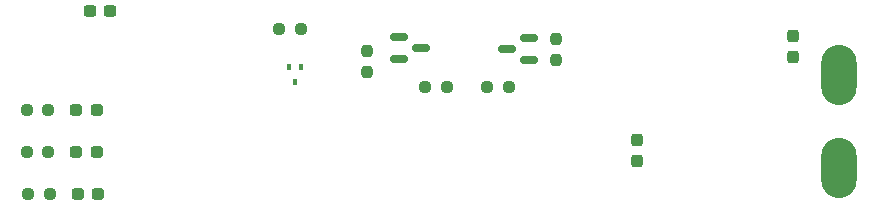
<source format=gbr>
%TF.GenerationSoftware,KiCad,Pcbnew,7.0.7*%
%TF.CreationDate,2024-03-26T15:49:53-05:00*%
%TF.ProjectId,InstrumentsBoard,496e7374-7275-46d6-956e-7473426f6172,rev?*%
%TF.SameCoordinates,Original*%
%TF.FileFunction,Paste,Top*%
%TF.FilePolarity,Positive*%
%FSLAX46Y46*%
G04 Gerber Fmt 4.6, Leading zero omitted, Abs format (unit mm)*
G04 Created by KiCad (PCBNEW 7.0.7) date 2024-03-26 15:49:53*
%MOMM*%
%LPD*%
G01*
G04 APERTURE LIST*
G04 Aperture macros list*
%AMRoundRect*
0 Rectangle with rounded corners*
0 $1 Rounding radius*
0 $2 $3 $4 $5 $6 $7 $8 $9 X,Y pos of 4 corners*
0 Add a 4 corners polygon primitive as box body*
4,1,4,$2,$3,$4,$5,$6,$7,$8,$9,$2,$3,0*
0 Add four circle primitives for the rounded corners*
1,1,$1+$1,$2,$3*
1,1,$1+$1,$4,$5*
1,1,$1+$1,$6,$7*
1,1,$1+$1,$8,$9*
0 Add four rect primitives between the rounded corners*
20,1,$1+$1,$2,$3,$4,$5,0*
20,1,$1+$1,$4,$5,$6,$7,0*
20,1,$1+$1,$6,$7,$8,$9,0*
20,1,$1+$1,$8,$9,$2,$3,0*%
G04 Aperture macros list end*
%ADD10RoundRect,0.237500X0.237500X-0.250000X0.237500X0.250000X-0.237500X0.250000X-0.237500X-0.250000X0*%
%ADD11O,3.000000X5.100000*%
%ADD12RoundRect,0.237500X-0.287500X-0.237500X0.287500X-0.237500X0.287500X0.237500X-0.287500X0.237500X0*%
%ADD13RoundRect,0.237500X-0.237500X0.300000X-0.237500X-0.300000X0.237500X-0.300000X0.237500X0.300000X0*%
%ADD14RoundRect,0.237500X0.250000X0.237500X-0.250000X0.237500X-0.250000X-0.237500X0.250000X-0.237500X0*%
%ADD15RoundRect,0.237500X-0.237500X0.250000X-0.237500X-0.250000X0.237500X-0.250000X0.237500X0.250000X0*%
%ADD16RoundRect,0.150000X0.587500X0.150000X-0.587500X0.150000X-0.587500X-0.150000X0.587500X-0.150000X0*%
%ADD17RoundRect,0.237500X-0.300000X-0.237500X0.300000X-0.237500X0.300000X0.237500X-0.300000X0.237500X0*%
%ADD18RoundRect,0.150000X-0.587500X-0.150000X0.587500X-0.150000X0.587500X0.150000X-0.587500X0.150000X0*%
%ADD19RoundRect,0.237500X-0.250000X-0.237500X0.250000X-0.237500X0.250000X0.237500X-0.250000X0.237500X0*%
%ADD20R,0.400000X0.510000*%
G04 APERTURE END LIST*
D10*
%TO.C,R6*%
X87122000Y-58579500D03*
X87122000Y-56754500D03*
%TD*%
D11*
%TO.C,Conn1*%
X111062800Y-67691000D03*
X111062800Y-59817000D03*
%TD*%
D12*
%TO.C,D2*%
X46510000Y-66294000D03*
X48260000Y-66294000D03*
%TD*%
D13*
%TO.C,C2*%
X107188000Y-56541500D03*
X107188000Y-58266500D03*
%TD*%
%TO.C,C3*%
X93980000Y-65331000D03*
X93980000Y-67056000D03*
%TD*%
D12*
%TO.C,D1*%
X46510000Y-62738000D03*
X48260000Y-62738000D03*
%TD*%
D14*
%TO.C,R5*%
X44243000Y-69850000D03*
X42418000Y-69850000D03*
%TD*%
%TO.C,R8*%
X65532000Y-55880000D03*
X63707000Y-55880000D03*
%TD*%
D15*
%TO.C,R7*%
X71120000Y-57770500D03*
X71120000Y-59595500D03*
%TD*%
D16*
%TO.C,Q1*%
X84836000Y-58551000D03*
X84836000Y-56651000D03*
X82961000Y-57601000D03*
%TD*%
D17*
%TO.C,C1*%
X47651500Y-54356000D03*
X49376500Y-54356000D03*
%TD*%
D14*
%TO.C,R3*%
X44130000Y-62738000D03*
X42305000Y-62738000D03*
%TD*%
%TO.C,R4*%
X44130000Y-66293934D03*
X42305000Y-66293934D03*
%TD*%
D12*
%TO.C,D3*%
X46623000Y-69850000D03*
X48373000Y-69850000D03*
%TD*%
D18*
%TO.C,Q2*%
X73817000Y-56585000D03*
X73817000Y-58485000D03*
X75692000Y-57535000D03*
%TD*%
D19*
%TO.C,R2*%
X76049500Y-60837000D03*
X77874500Y-60837000D03*
%TD*%
D20*
%TO.C,Q3*%
X65524000Y-59123500D03*
X64524000Y-59123500D03*
X65024000Y-60413500D03*
%TD*%
D14*
%TO.C,R1*%
X83105122Y-60837000D03*
X81280122Y-60837000D03*
%TD*%
M02*

</source>
